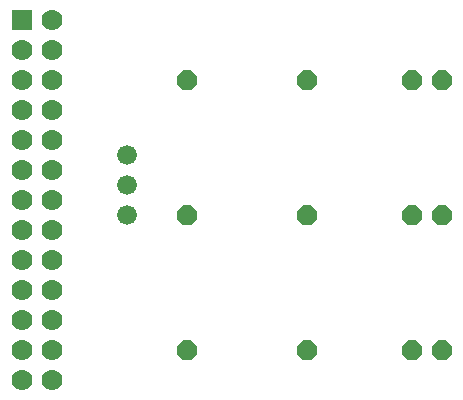
<source format=gbr>
G04 EAGLE Gerber RS-274X export*
G75*
%MOMM*%
%FSLAX34Y34*%
%LPD*%
%INBottom Copper*%
%IPPOS*%
%AMOC8*
5,1,8,0,0,1.08239X$1,22.5*%
G01*
%ADD10P,1.814519X8X202.500000*%
%ADD11P,1.814519X8X22.500000*%
%ADD12C,1.676400*%
%ADD13R,1.778000X1.778000*%
%ADD14C,1.778000*%


D10*
X419100Y609600D03*
X393700Y609600D03*
X419100Y495300D03*
X393700Y495300D03*
X419100Y381000D03*
X393700Y381000D03*
D11*
X203200Y609600D03*
X304800Y609600D03*
X203200Y495300D03*
X304800Y495300D03*
X203200Y381000D03*
X304800Y381000D03*
D12*
X152400Y520700D03*
X152400Y495300D03*
X152400Y546100D03*
D13*
X63500Y660400D03*
D14*
X88900Y660400D03*
X63500Y635000D03*
X88900Y635000D03*
X63500Y609600D03*
X88900Y609600D03*
X63500Y584200D03*
X88900Y584200D03*
X63500Y558800D03*
X88900Y558800D03*
X63500Y533400D03*
X88900Y533400D03*
X63500Y508000D03*
X88900Y508000D03*
X63500Y482600D03*
X88900Y482600D03*
X63500Y457200D03*
X88900Y457200D03*
X63500Y431800D03*
X88900Y431800D03*
X63500Y406400D03*
X88900Y406400D03*
X63500Y381000D03*
X88900Y381000D03*
X63500Y355600D03*
X88900Y355600D03*
M02*

</source>
